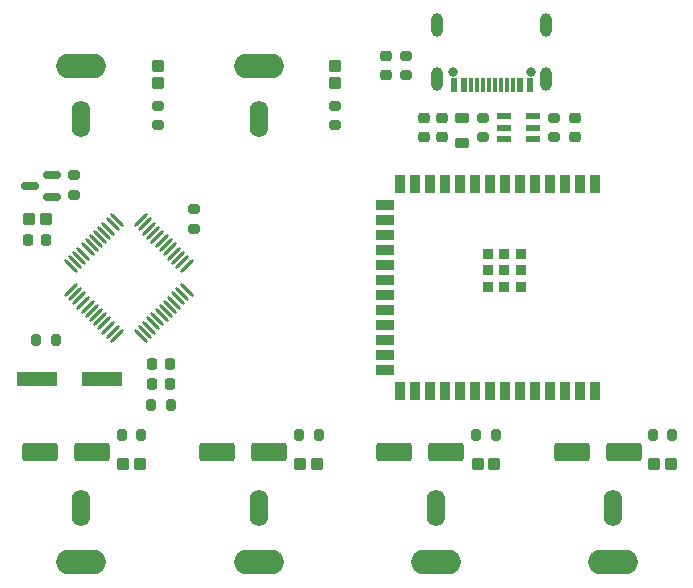
<source format=gts>
G04 #@! TF.GenerationSoftware,KiCad,Pcbnew,7.0.2*
G04 #@! TF.CreationDate,2023-11-20T14:45:42+01:00*
G04 #@! TF.ProjectId,dsp_board,6473705f-626f-4617-9264-2e6b69636164,rev?*
G04 #@! TF.SameCoordinates,Original*
G04 #@! TF.FileFunction,Soldermask,Top*
G04 #@! TF.FilePolarity,Negative*
%FSLAX46Y46*%
G04 Gerber Fmt 4.6, Leading zero omitted, Abs format (unit mm)*
G04 Created by KiCad (PCBNEW 7.0.2) date 2023-11-20 14:45:42*
%MOMM*%
%LPD*%
G01*
G04 APERTURE LIST*
G04 Aperture macros list*
%AMRoundRect*
0 Rectangle with rounded corners*
0 $1 Rounding radius*
0 $2 $3 $4 $5 $6 $7 $8 $9 X,Y pos of 4 corners*
0 Add a 4 corners polygon primitive as box body*
4,1,4,$2,$3,$4,$5,$6,$7,$8,$9,$2,$3,0*
0 Add four circle primitives for the rounded corners*
1,1,$1+$1,$2,$3*
1,1,$1+$1,$4,$5*
1,1,$1+$1,$6,$7*
1,1,$1+$1,$8,$9*
0 Add four rect primitives between the rounded corners*
20,1,$1+$1,$2,$3,$4,$5,0*
20,1,$1+$1,$4,$5,$6,$7,0*
20,1,$1+$1,$6,$7,$8,$9,0*
20,1,$1+$1,$8,$9,$2,$3,0*%
%AMHorizOval*
0 Thick line with rounded ends*
0 $1 width*
0 $2 $3 position (X,Y) of the first rounded end (center of the circle)*
0 $4 $5 position (X,Y) of the second rounded end (center of the circle)*
0 Add line between two ends*
20,1,$1,$2,$3,$4,$5,0*
0 Add two circle primitives to create the rounded ends*
1,1,$1,$2,$3*
1,1,$1,$4,$5*%
G04 Aperture macros list end*
%ADD10RoundRect,0.218750X-0.381250X0.218750X-0.381250X-0.218750X0.381250X-0.218750X0.381250X0.218750X0*%
%ADD11RoundRect,0.200000X-0.200000X-0.275000X0.200000X-0.275000X0.200000X0.275000X-0.200000X0.275000X0*%
%ADD12RoundRect,0.225000X0.225000X0.250000X-0.225000X0.250000X-0.225000X-0.250000X0.225000X-0.250000X0*%
%ADD13R,3.500000X1.200000*%
%ADD14O,4.200000X2.100000*%
%ADD15O,1.550000X3.100000*%
%ADD16RoundRect,0.250000X0.275000X-0.287500X0.275000X0.287500X-0.275000X0.287500X-0.275000X-0.287500X0*%
%ADD17RoundRect,0.200000X0.275000X-0.200000X0.275000X0.200000X-0.275000X0.200000X-0.275000X-0.200000X0*%
%ADD18RoundRect,0.200000X-0.275000X0.200000X-0.275000X-0.200000X0.275000X-0.200000X0.275000X0.200000X0*%
%ADD19RoundRect,0.250000X-1.250000X-0.550000X1.250000X-0.550000X1.250000X0.550000X-1.250000X0.550000X0*%
%ADD20RoundRect,0.250000X0.287500X0.275000X-0.287500X0.275000X-0.287500X-0.275000X0.287500X-0.275000X0*%
%ADD21RoundRect,0.225000X-0.250000X0.225000X-0.250000X-0.225000X0.250000X-0.225000X0.250000X0.225000X0*%
%ADD22RoundRect,0.225000X0.250000X-0.225000X0.250000X0.225000X-0.250000X0.225000X-0.250000X-0.225000X0*%
%ADD23RoundRect,0.040600X0.564400X0.249400X-0.564400X0.249400X-0.564400X-0.249400X0.564400X-0.249400X0*%
%ADD24R,0.900000X1.500000*%
%ADD25R,1.500000X0.900000*%
%ADD26R,0.900000X0.900000*%
%ADD27RoundRect,0.200000X0.200000X0.275000X-0.200000X0.275000X-0.200000X-0.275000X0.200000X-0.275000X0*%
%ADD28RoundRect,0.250000X-0.287500X-0.275000X0.287500X-0.275000X0.287500X0.275000X-0.287500X0.275000X0*%
%ADD29HorizOval,0.280000X-0.452548X-0.452548X0.452548X0.452548X0*%
%ADD30HorizOval,0.280000X-0.452548X0.452548X0.452548X-0.452548X0*%
%ADD31C,0.800000*%
%ADD32R,0.600000X1.250000*%
%ADD33R,0.300000X1.250000*%
%ADD34O,1.000000X2.000000*%
%ADD35RoundRect,0.150000X0.587500X0.150000X-0.587500X0.150000X-0.587500X-0.150000X0.587500X-0.150000X0*%
%ADD36RoundRect,0.218750X0.256250X-0.218750X0.256250X0.218750X-0.256250X0.218750X-0.256250X-0.218750X0*%
G04 APERTURE END LIST*
D10*
X72250000Y-98437500D03*
X72250000Y-100562500D03*
D11*
X36175000Y-117250000D03*
X37825000Y-117250000D03*
D12*
X47525000Y-121000000D03*
X45975000Y-121000000D03*
D13*
X36250000Y-120500000D03*
X41750000Y-120500000D03*
D14*
X40000000Y-136000000D03*
D15*
X40000000Y-131500000D03*
D16*
X46500000Y-95462500D03*
X46500000Y-94037500D03*
D17*
X49500000Y-107825000D03*
X49500000Y-106175000D03*
D18*
X80000000Y-98425000D03*
X80000000Y-100075000D03*
D17*
X61500000Y-99075000D03*
X61500000Y-97425000D03*
D12*
X47525000Y-119250000D03*
X45975000Y-119250000D03*
D14*
X40000000Y-94000000D03*
D15*
X40000000Y-98500000D03*
D19*
X36500000Y-126750000D03*
X40900000Y-126750000D03*
D20*
X74962500Y-127750000D03*
X73537500Y-127750000D03*
D18*
X74000000Y-98425000D03*
X74000000Y-100075000D03*
D17*
X67500000Y-94825000D03*
X67500000Y-93175000D03*
D20*
X89887500Y-127750000D03*
X88462500Y-127750000D03*
D17*
X46500000Y-99075000D03*
X46500000Y-97425000D03*
D21*
X81750000Y-98475000D03*
X81750000Y-100025000D03*
D22*
X69000000Y-100025000D03*
X69000000Y-98475000D03*
D14*
X55000000Y-136000000D03*
D15*
X55000000Y-131500000D03*
D20*
X44962500Y-127750000D03*
X43537500Y-127750000D03*
X59962500Y-127750000D03*
X58537500Y-127750000D03*
D19*
X81500000Y-126750000D03*
X85900000Y-126750000D03*
D12*
X37025000Y-108750000D03*
X35475000Y-108750000D03*
D19*
X66500000Y-126750000D03*
X70900000Y-126750000D03*
D11*
X45900000Y-122750000D03*
X47550000Y-122750000D03*
D23*
X78255000Y-100200000D03*
X78255000Y-99250000D03*
X78255000Y-98300000D03*
X75745000Y-98300000D03*
X75745000Y-99250000D03*
X75745000Y-100200000D03*
D24*
X83500000Y-104069500D03*
X82230000Y-104069500D03*
X80960000Y-104069500D03*
X79690000Y-104069500D03*
X78420000Y-104069500D03*
X77150000Y-104069500D03*
X75880000Y-104069500D03*
X74610000Y-104069500D03*
X73340000Y-104069500D03*
X72070000Y-104069500D03*
X70800000Y-104069500D03*
X69530000Y-104069500D03*
X68260000Y-104069500D03*
X66990000Y-104069500D03*
D25*
X65740000Y-105834500D03*
X65740000Y-107104500D03*
X65740000Y-108374500D03*
X65740000Y-109644500D03*
X65740000Y-110914500D03*
X65740000Y-112184500D03*
X65740000Y-113454500D03*
X65740000Y-114724500D03*
X65740000Y-115994500D03*
X65740000Y-117264500D03*
X65740000Y-118534500D03*
X65740000Y-119804500D03*
D24*
X66990000Y-121569500D03*
X68260000Y-121569500D03*
X69530000Y-121569500D03*
X70800000Y-121569500D03*
X72070000Y-121569500D03*
X73340000Y-121569500D03*
X74610000Y-121569500D03*
X75880000Y-121569500D03*
X77150000Y-121569500D03*
X78420000Y-121569500D03*
X79690000Y-121569500D03*
X80960000Y-121569500D03*
X82230000Y-121569500D03*
X83500000Y-121569500D03*
D26*
X75780000Y-111319500D03*
X75780000Y-109919500D03*
X75780000Y-112719500D03*
X74380000Y-109919500D03*
X74380000Y-111319500D03*
X74380000Y-112719500D03*
X77180000Y-109919500D03*
X77180000Y-111319500D03*
X77180000Y-112719500D03*
D14*
X70000000Y-136000000D03*
D15*
X70000000Y-131500000D03*
D27*
X90000000Y-125250000D03*
X88350000Y-125250000D03*
D28*
X35537500Y-107000000D03*
X36962500Y-107000000D03*
D14*
X85000000Y-136000000D03*
D15*
X85000000Y-131500000D03*
D27*
X45075000Y-125250000D03*
X43425000Y-125250000D03*
D19*
X51500000Y-126750000D03*
X55900000Y-126750000D03*
D29*
X48900250Y-110988837D03*
X48546697Y-110635284D03*
X48193143Y-110281731D03*
X47839590Y-109928177D03*
X47486036Y-109574624D03*
X47132483Y-109221070D03*
X46778930Y-108867517D03*
X46425376Y-108513964D03*
X46071823Y-108160410D03*
X45718269Y-107806857D03*
X45364716Y-107453303D03*
X45011163Y-107099750D03*
D30*
X42988837Y-107099750D03*
X42635284Y-107453303D03*
X42281731Y-107806857D03*
X41928177Y-108160410D03*
X41574624Y-108513964D03*
X41221070Y-108867517D03*
X40867517Y-109221070D03*
X40513964Y-109574624D03*
X40160410Y-109928177D03*
X39806857Y-110281731D03*
X39453303Y-110635284D03*
X39099750Y-110988837D03*
D29*
X39099750Y-113011163D03*
X39453303Y-113364716D03*
X39806857Y-113718269D03*
X40160410Y-114071823D03*
X40513964Y-114425376D03*
X40867517Y-114778930D03*
X41221070Y-115132483D03*
X41574624Y-115486036D03*
X41928177Y-115839590D03*
X42281731Y-116193143D03*
X42635284Y-116546697D03*
X42988837Y-116900250D03*
D30*
X45011163Y-116900250D03*
X45364716Y-116546697D03*
X45718269Y-116193143D03*
X46071823Y-115839590D03*
X46425376Y-115486036D03*
X46778930Y-115132483D03*
X47132483Y-114778930D03*
X47486036Y-114425376D03*
X47839590Y-114071823D03*
X48193143Y-113718269D03*
X48546697Y-113364716D03*
X48900250Y-113011163D03*
D27*
X75075000Y-125250000D03*
X73425000Y-125250000D03*
D14*
X55000000Y-94000000D03*
D15*
X55000000Y-98500000D03*
D16*
X61500000Y-95462500D03*
X61500000Y-94037500D03*
D31*
X78050000Y-94540000D03*
X71450000Y-94540000D03*
D32*
X77950000Y-95675000D03*
X77150000Y-95675000D03*
D33*
X76000000Y-95675000D03*
X75000000Y-95675000D03*
X74500000Y-95675000D03*
X73500000Y-95675000D03*
D32*
X71550000Y-95675000D03*
X72350000Y-95675000D03*
D33*
X73000000Y-95675000D03*
X74000000Y-95675000D03*
X75500000Y-95675000D03*
X76500000Y-95675000D03*
D34*
X79360000Y-90600000D03*
X70140000Y-90600000D03*
X79360000Y-95100000D03*
X70140000Y-95100000D03*
D22*
X70500000Y-100025000D03*
X70500000Y-98475000D03*
D27*
X60075000Y-125250000D03*
X58425000Y-125250000D03*
D18*
X39375000Y-103300000D03*
X39375000Y-104950000D03*
D35*
X37500000Y-105150000D03*
X37500000Y-103250000D03*
X35625000Y-104200000D03*
D36*
X65750000Y-94787500D03*
X65750000Y-93212500D03*
M02*

</source>
